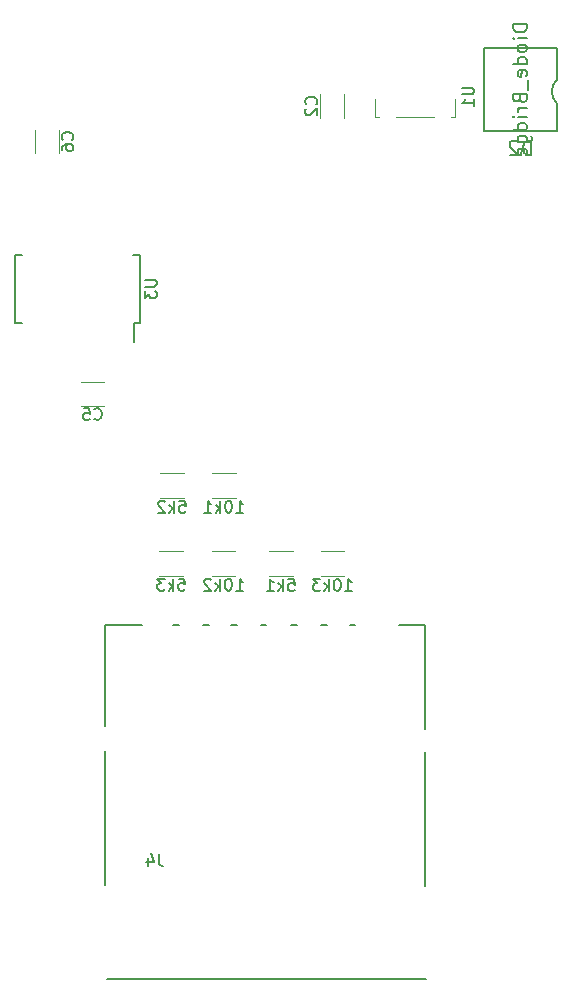
<source format=gbr>
G04 #@! TF.GenerationSoftware,KiCad,Pcbnew,(5.0.2)-1*
G04 #@! TF.CreationDate,2019-02-21T19:34:53+01:00*
G04 #@! TF.ProjectId,plyta_glowna,706c7974-615f-4676-9c6f-776e612e6b69,rev?*
G04 #@! TF.SameCoordinates,Original*
G04 #@! TF.FileFunction,Legend,Bot*
G04 #@! TF.FilePolarity,Positive*
%FSLAX46Y46*%
G04 Gerber Fmt 4.6, Leading zero omitted, Abs format (unit mm)*
G04 Created by KiCad (PCBNEW (5.0.2)-1) date 2019-02-21 19:34:53*
%MOMM*%
%LPD*%
G01*
G04 APERTURE LIST*
%ADD10C,0.150000*%
%ADD11C,0.120000*%
G04 APERTURE END LIST*
D10*
G04 #@! TO.C,J4*
X115798000Y-117602000D02*
X115298000Y-117602000D01*
X118298000Y-117602000D02*
X117798000Y-117602000D01*
X125798000Y-117602000D02*
X125298000Y-117602000D01*
X128298000Y-117602000D02*
X127798000Y-117602000D01*
X130698000Y-117602000D02*
X130298000Y-117602000D01*
X136598000Y-117602000D02*
X134398000Y-117602000D01*
X136598000Y-126402000D02*
X136598000Y-117602000D01*
X109498000Y-126202000D02*
X109498000Y-117602000D01*
X109498000Y-117602000D02*
X112698000Y-117602000D01*
X109698000Y-147602000D02*
X136698000Y-147602000D01*
X120698000Y-117602000D02*
X120198000Y-117602000D01*
X123198000Y-117602000D02*
X122698000Y-117602000D01*
X109498000Y-139602000D02*
X109498000Y-128302000D01*
X136598000Y-139702000D02*
X136598000Y-128402000D01*
D11*
G04 #@! TO.C,C2*
X129798000Y-72684000D02*
X129798000Y-74684000D01*
X127758000Y-74684000D02*
X127758000Y-72684000D01*
G04 #@! TO.C,C5*
X107458000Y-97024000D02*
X109458000Y-97024000D01*
X109458000Y-99064000D02*
X107458000Y-99064000D01*
G04 #@! TO.C,C6*
X105668000Y-75684000D02*
X105668000Y-77684000D01*
X103628000Y-77684000D02*
X103628000Y-75684000D01*
D10*
G04 #@! TO.C,D2*
X147822120Y-75776040D02*
X147822120Y-73515440D01*
X147822120Y-68765640D02*
X147822120Y-71432640D01*
X147796720Y-73490040D02*
G75*
G02X147771320Y-71432640I1016000J1041400D01*
G01*
X146831520Y-75776040D02*
X147822120Y-75776040D01*
X146823320Y-75770840D02*
X141623320Y-75770840D01*
X141623320Y-75770840D02*
X141623320Y-68770840D01*
X141623320Y-68770840D02*
X147823320Y-68770840D01*
D11*
G04 #@! TO.C,U1*
X132363000Y-74569000D02*
X132763000Y-74569000D01*
X132363000Y-73069000D02*
X132363000Y-74569000D01*
X134163000Y-74569000D02*
X137363000Y-74569000D01*
X139163000Y-74569000D02*
X139163000Y-73069000D01*
X138813000Y-74569000D02*
X139163000Y-74569000D01*
D10*
G04 #@! TO.C,U3*
X111938000Y-92029000D02*
X111938000Y-93629000D01*
X101863000Y-92029000D02*
X101863000Y-86279000D01*
X112513000Y-92029000D02*
X112513000Y-86279000D01*
X101863000Y-92029000D02*
X102513000Y-92029000D01*
X101863000Y-86279000D02*
X102513000Y-86279000D01*
X112513000Y-86279000D02*
X111863000Y-86279000D01*
X112513000Y-92029000D02*
X111938000Y-92029000D01*
D11*
G04 #@! TO.C,10k1*
X120581000Y-104721000D02*
X118581000Y-104721000D01*
X118581000Y-106861000D02*
X120581000Y-106861000D01*
G04 #@! TO.C,10k2*
X120560000Y-111325000D02*
X118560000Y-111325000D01*
X118560000Y-113465000D02*
X120560000Y-113465000D01*
G04 #@! TO.C,10k3*
X129778000Y-111345994D02*
X127778000Y-111345994D01*
X127778000Y-113485994D02*
X129778000Y-113485994D01*
G04 #@! TO.C,5k1*
X123407000Y-113485994D02*
X125407000Y-113485994D01*
X125407000Y-111345994D02*
X123407000Y-111345994D01*
G04 #@! TO.C,5k2*
X114189000Y-106861000D02*
X116189000Y-106861000D01*
X116189000Y-104721000D02*
X114189000Y-104721000D01*
G04 #@! TO.C,5k3*
X114136000Y-113465000D02*
X116136000Y-113465000D01*
X116136000Y-111325000D02*
X114136000Y-111325000D01*
G04 #@! TO.C,J4*
D10*
X114067473Y-136985580D02*
X114067473Y-137699866D01*
X114115092Y-137842723D01*
X114210330Y-137937961D01*
X114353187Y-137985580D01*
X114448425Y-137985580D01*
X113162711Y-137318914D02*
X113162711Y-137985580D01*
X113400806Y-136937961D02*
X113638901Y-137652247D01*
X113019854Y-137652247D01*
G04 #@! TO.C,C2*
X127385142Y-73517333D02*
X127432761Y-73469714D01*
X127480380Y-73326857D01*
X127480380Y-73231619D01*
X127432761Y-73088761D01*
X127337523Y-72993523D01*
X127242285Y-72945904D01*
X127051809Y-72898285D01*
X126908952Y-72898285D01*
X126718476Y-72945904D01*
X126623238Y-72993523D01*
X126528000Y-73088761D01*
X126480380Y-73231619D01*
X126480380Y-73326857D01*
X126528000Y-73469714D01*
X126575619Y-73517333D01*
X126575619Y-73898285D02*
X126528000Y-73945904D01*
X126480380Y-74041142D01*
X126480380Y-74279238D01*
X126528000Y-74374476D01*
X126575619Y-74422095D01*
X126670857Y-74469714D01*
X126766095Y-74469714D01*
X126908952Y-74422095D01*
X127480380Y-73850666D01*
X127480380Y-74469714D01*
G04 #@! TO.C,C5*
X108624666Y-100151142D02*
X108672285Y-100198761D01*
X108815142Y-100246380D01*
X108910380Y-100246380D01*
X109053238Y-100198761D01*
X109148476Y-100103523D01*
X109196095Y-100008285D01*
X109243714Y-99817809D01*
X109243714Y-99674952D01*
X109196095Y-99484476D01*
X109148476Y-99389238D01*
X109053238Y-99294000D01*
X108910380Y-99246380D01*
X108815142Y-99246380D01*
X108672285Y-99294000D01*
X108624666Y-99341619D01*
X107719904Y-99246380D02*
X108196095Y-99246380D01*
X108243714Y-99722571D01*
X108196095Y-99674952D01*
X108100857Y-99627333D01*
X107862761Y-99627333D01*
X107767523Y-99674952D01*
X107719904Y-99722571D01*
X107672285Y-99817809D01*
X107672285Y-100055904D01*
X107719904Y-100151142D01*
X107767523Y-100198761D01*
X107862761Y-100246380D01*
X108100857Y-100246380D01*
X108196095Y-100198761D01*
X108243714Y-100151142D01*
G04 #@! TO.C,C6*
X106755142Y-76517333D02*
X106802761Y-76469714D01*
X106850380Y-76326857D01*
X106850380Y-76231619D01*
X106802761Y-76088761D01*
X106707523Y-75993523D01*
X106612285Y-75945904D01*
X106421809Y-75898285D01*
X106278952Y-75898285D01*
X106088476Y-75945904D01*
X105993238Y-75993523D01*
X105898000Y-76088761D01*
X105850380Y-76231619D01*
X105850380Y-76326857D01*
X105898000Y-76469714D01*
X105945619Y-76517333D01*
X105850380Y-77374476D02*
X105850380Y-77184000D01*
X105898000Y-77088761D01*
X105945619Y-77041142D01*
X106088476Y-76945904D01*
X106278952Y-76898285D01*
X106659904Y-76898285D01*
X106755142Y-76945904D01*
X106802761Y-76993523D01*
X106850380Y-77088761D01*
X106850380Y-77279238D01*
X106802761Y-77374476D01*
X106755142Y-77422095D01*
X106659904Y-77469714D01*
X106421809Y-77469714D01*
X106326571Y-77422095D01*
X106278952Y-77374476D01*
X106231333Y-77279238D01*
X106231333Y-77088761D01*
X106278952Y-76993523D01*
X106326571Y-76945904D01*
X106421809Y-76898285D01*
G04 #@! TO.C,D2*
X145609034Y-77793097D02*
X145609034Y-76593097D01*
X145323320Y-76593097D01*
X145151891Y-76650240D01*
X145037605Y-76764525D01*
X144980462Y-76878811D01*
X144923320Y-77107382D01*
X144923320Y-77278811D01*
X144980462Y-77507382D01*
X145037605Y-77621668D01*
X145151891Y-77735954D01*
X145323320Y-77793097D01*
X145609034Y-77793097D01*
X144466177Y-76707382D02*
X144409034Y-76650240D01*
X144294748Y-76593097D01*
X144009034Y-76593097D01*
X143894748Y-76650240D01*
X143837605Y-76707382D01*
X143780462Y-76821668D01*
X143780462Y-76935954D01*
X143837605Y-77107382D01*
X144523320Y-77793097D01*
X143780462Y-77793097D01*
X145266177Y-66756554D02*
X144066177Y-66756554D01*
X144066177Y-67042268D01*
X144123320Y-67213697D01*
X144237605Y-67327982D01*
X144351891Y-67385125D01*
X144580462Y-67442268D01*
X144751891Y-67442268D01*
X144980462Y-67385125D01*
X145094748Y-67327982D01*
X145209034Y-67213697D01*
X145266177Y-67042268D01*
X145266177Y-66756554D01*
X145266177Y-67956554D02*
X144466177Y-67956554D01*
X144066177Y-67956554D02*
X144123320Y-67899411D01*
X144180462Y-67956554D01*
X144123320Y-68013697D01*
X144066177Y-67956554D01*
X144180462Y-67956554D01*
X145266177Y-68699411D02*
X145209034Y-68585125D01*
X145151891Y-68527982D01*
X145037605Y-68470840D01*
X144694748Y-68470840D01*
X144580462Y-68527982D01*
X144523320Y-68585125D01*
X144466177Y-68699411D01*
X144466177Y-68870840D01*
X144523320Y-68985125D01*
X144580462Y-69042268D01*
X144694748Y-69099411D01*
X145037605Y-69099411D01*
X145151891Y-69042268D01*
X145209034Y-68985125D01*
X145266177Y-68870840D01*
X145266177Y-68699411D01*
X145266177Y-70127982D02*
X144066177Y-70127982D01*
X145209034Y-70127982D02*
X145266177Y-70013697D01*
X145266177Y-69785125D01*
X145209034Y-69670840D01*
X145151891Y-69613697D01*
X145037605Y-69556554D01*
X144694748Y-69556554D01*
X144580462Y-69613697D01*
X144523320Y-69670840D01*
X144466177Y-69785125D01*
X144466177Y-70013697D01*
X144523320Y-70127982D01*
X145209034Y-71156554D02*
X145266177Y-71042268D01*
X145266177Y-70813697D01*
X145209034Y-70699411D01*
X145094748Y-70642268D01*
X144637605Y-70642268D01*
X144523320Y-70699411D01*
X144466177Y-70813697D01*
X144466177Y-71042268D01*
X144523320Y-71156554D01*
X144637605Y-71213697D01*
X144751891Y-71213697D01*
X144866177Y-70642268D01*
X145380462Y-71442268D02*
X145380462Y-72356554D01*
X144637605Y-73042268D02*
X144694748Y-73213697D01*
X144751891Y-73270840D01*
X144866177Y-73327982D01*
X145037605Y-73327982D01*
X145151891Y-73270840D01*
X145209034Y-73213697D01*
X145266177Y-73099411D01*
X145266177Y-72642268D01*
X144066177Y-72642268D01*
X144066177Y-73042268D01*
X144123320Y-73156554D01*
X144180462Y-73213697D01*
X144294748Y-73270840D01*
X144409034Y-73270840D01*
X144523320Y-73213697D01*
X144580462Y-73156554D01*
X144637605Y-73042268D01*
X144637605Y-72642268D01*
X145266177Y-73842268D02*
X144466177Y-73842268D01*
X144694748Y-73842268D02*
X144580462Y-73899411D01*
X144523320Y-73956554D01*
X144466177Y-74070840D01*
X144466177Y-74185125D01*
X145266177Y-74585125D02*
X144466177Y-74585125D01*
X144066177Y-74585125D02*
X144123320Y-74527982D01*
X144180462Y-74585125D01*
X144123320Y-74642268D01*
X144066177Y-74585125D01*
X144180462Y-74585125D01*
X145266177Y-75670840D02*
X144066177Y-75670840D01*
X145209034Y-75670840D02*
X145266177Y-75556554D01*
X145266177Y-75327982D01*
X145209034Y-75213697D01*
X145151891Y-75156554D01*
X145037605Y-75099411D01*
X144694748Y-75099411D01*
X144580462Y-75156554D01*
X144523320Y-75213697D01*
X144466177Y-75327982D01*
X144466177Y-75556554D01*
X144523320Y-75670840D01*
X144466177Y-76756554D02*
X145437605Y-76756554D01*
X145551891Y-76699411D01*
X145609034Y-76642268D01*
X145666177Y-76527982D01*
X145666177Y-76356554D01*
X145609034Y-76242268D01*
X145209034Y-76756554D02*
X145266177Y-76642268D01*
X145266177Y-76413697D01*
X145209034Y-76299411D01*
X145151891Y-76242268D01*
X145037605Y-76185125D01*
X144694748Y-76185125D01*
X144580462Y-76242268D01*
X144523320Y-76299411D01*
X144466177Y-76413697D01*
X144466177Y-76642268D01*
X144523320Y-76756554D01*
X145209034Y-77785125D02*
X145266177Y-77670840D01*
X145266177Y-77442268D01*
X145209034Y-77327982D01*
X145094748Y-77270840D01*
X144637605Y-77270840D01*
X144523320Y-77327982D01*
X144466177Y-77442268D01*
X144466177Y-77670840D01*
X144523320Y-77785125D01*
X144637605Y-77842268D01*
X144751891Y-77842268D01*
X144866177Y-77270840D01*
G04 #@! TO.C,U1*
X139765380Y-72107095D02*
X140574904Y-72107095D01*
X140670142Y-72154714D01*
X140717761Y-72202333D01*
X140765380Y-72297571D01*
X140765380Y-72488047D01*
X140717761Y-72583285D01*
X140670142Y-72630904D01*
X140574904Y-72678523D01*
X139765380Y-72678523D01*
X140765380Y-73678523D02*
X140765380Y-73107095D01*
X140765380Y-73392809D02*
X139765380Y-73392809D01*
X139908238Y-73297571D01*
X140003476Y-73202333D01*
X140051095Y-73107095D01*
G04 #@! TO.C,U3*
X112890380Y-88392095D02*
X113699904Y-88392095D01*
X113795142Y-88439714D01*
X113842761Y-88487333D01*
X113890380Y-88582571D01*
X113890380Y-88773047D01*
X113842761Y-88868285D01*
X113795142Y-88915904D01*
X113699904Y-88963523D01*
X112890380Y-88963523D01*
X112890380Y-89344476D02*
X112890380Y-89963523D01*
X113271333Y-89630190D01*
X113271333Y-89773047D01*
X113318952Y-89868285D01*
X113366571Y-89915904D01*
X113461809Y-89963523D01*
X113699904Y-89963523D01*
X113795142Y-89915904D01*
X113842761Y-89868285D01*
X113890380Y-89773047D01*
X113890380Y-89487333D01*
X113842761Y-89392095D01*
X113795142Y-89344476D01*
G04 #@! TO.C,10k1*
X120652428Y-108093380D02*
X121223857Y-108093380D01*
X120938142Y-108093380D02*
X120938142Y-107093380D01*
X121033380Y-107236238D01*
X121128619Y-107331476D01*
X121223857Y-107379095D01*
X120033380Y-107093380D02*
X119938142Y-107093380D01*
X119842904Y-107141000D01*
X119795285Y-107188619D01*
X119747666Y-107283857D01*
X119700047Y-107474333D01*
X119700047Y-107712428D01*
X119747666Y-107902904D01*
X119795285Y-107998142D01*
X119842904Y-108045761D01*
X119938142Y-108093380D01*
X120033380Y-108093380D01*
X120128619Y-108045761D01*
X120176238Y-107998142D01*
X120223857Y-107902904D01*
X120271476Y-107712428D01*
X120271476Y-107474333D01*
X120223857Y-107283857D01*
X120176238Y-107188619D01*
X120128619Y-107141000D01*
X120033380Y-107093380D01*
X119271476Y-108093380D02*
X119271476Y-107093380D01*
X119176238Y-107712428D02*
X118890523Y-108093380D01*
X118890523Y-107426714D02*
X119271476Y-107807666D01*
X117938142Y-108093380D02*
X118509571Y-108093380D01*
X118223857Y-108093380D02*
X118223857Y-107093380D01*
X118319095Y-107236238D01*
X118414333Y-107331476D01*
X118509571Y-107379095D01*
G04 #@! TO.C,10k2*
X120631428Y-114697380D02*
X121202857Y-114697380D01*
X120917142Y-114697380D02*
X120917142Y-113697380D01*
X121012380Y-113840238D01*
X121107619Y-113935476D01*
X121202857Y-113983095D01*
X120012380Y-113697380D02*
X119917142Y-113697380D01*
X119821904Y-113745000D01*
X119774285Y-113792619D01*
X119726666Y-113887857D01*
X119679047Y-114078333D01*
X119679047Y-114316428D01*
X119726666Y-114506904D01*
X119774285Y-114602142D01*
X119821904Y-114649761D01*
X119917142Y-114697380D01*
X120012380Y-114697380D01*
X120107619Y-114649761D01*
X120155238Y-114602142D01*
X120202857Y-114506904D01*
X120250476Y-114316428D01*
X120250476Y-114078333D01*
X120202857Y-113887857D01*
X120155238Y-113792619D01*
X120107619Y-113745000D01*
X120012380Y-113697380D01*
X119250476Y-114697380D02*
X119250476Y-113697380D01*
X119155238Y-114316428D02*
X118869523Y-114697380D01*
X118869523Y-114030714D02*
X119250476Y-114411666D01*
X118488571Y-113792619D02*
X118440952Y-113745000D01*
X118345714Y-113697380D01*
X118107619Y-113697380D01*
X118012380Y-113745000D01*
X117964761Y-113792619D01*
X117917142Y-113887857D01*
X117917142Y-113983095D01*
X117964761Y-114125952D01*
X118536190Y-114697380D01*
X117917142Y-114697380D01*
G04 #@! TO.C,10k3*
X129849428Y-114718374D02*
X130420857Y-114718374D01*
X130135142Y-114718374D02*
X130135142Y-113718374D01*
X130230380Y-113861232D01*
X130325619Y-113956470D01*
X130420857Y-114004089D01*
X129230380Y-113718374D02*
X129135142Y-113718374D01*
X129039904Y-113765994D01*
X128992285Y-113813613D01*
X128944666Y-113908851D01*
X128897047Y-114099327D01*
X128897047Y-114337422D01*
X128944666Y-114527898D01*
X128992285Y-114623136D01*
X129039904Y-114670755D01*
X129135142Y-114718374D01*
X129230380Y-114718374D01*
X129325619Y-114670755D01*
X129373238Y-114623136D01*
X129420857Y-114527898D01*
X129468476Y-114337422D01*
X129468476Y-114099327D01*
X129420857Y-113908851D01*
X129373238Y-113813613D01*
X129325619Y-113765994D01*
X129230380Y-113718374D01*
X128468476Y-114718374D02*
X128468476Y-113718374D01*
X128373238Y-114337422D02*
X128087523Y-114718374D01*
X128087523Y-114051708D02*
X128468476Y-114432660D01*
X127754190Y-113718374D02*
X127135142Y-113718374D01*
X127468476Y-114099327D01*
X127325619Y-114099327D01*
X127230380Y-114146946D01*
X127182761Y-114194565D01*
X127135142Y-114289803D01*
X127135142Y-114527898D01*
X127182761Y-114623136D01*
X127230380Y-114670755D01*
X127325619Y-114718374D01*
X127611333Y-114718374D01*
X127706571Y-114670755D01*
X127754190Y-114623136D01*
G04 #@! TO.C,5k1*
X125049857Y-113718374D02*
X125526047Y-113718374D01*
X125573666Y-114194565D01*
X125526047Y-114146946D01*
X125430809Y-114099327D01*
X125192714Y-114099327D01*
X125097476Y-114146946D01*
X125049857Y-114194565D01*
X125002238Y-114289803D01*
X125002238Y-114527898D01*
X125049857Y-114623136D01*
X125097476Y-114670755D01*
X125192714Y-114718374D01*
X125430809Y-114718374D01*
X125526047Y-114670755D01*
X125573666Y-114623136D01*
X124573666Y-114718374D02*
X124573666Y-113718374D01*
X124478428Y-114337422D02*
X124192714Y-114718374D01*
X124192714Y-114051708D02*
X124573666Y-114432660D01*
X123240333Y-114718374D02*
X123811761Y-114718374D01*
X123526047Y-114718374D02*
X123526047Y-113718374D01*
X123621285Y-113861232D01*
X123716523Y-113956470D01*
X123811761Y-114004089D01*
G04 #@! TO.C,5k2*
X115831857Y-107093380D02*
X116308047Y-107093380D01*
X116355666Y-107569571D01*
X116308047Y-107521952D01*
X116212809Y-107474333D01*
X115974714Y-107474333D01*
X115879476Y-107521952D01*
X115831857Y-107569571D01*
X115784238Y-107664809D01*
X115784238Y-107902904D01*
X115831857Y-107998142D01*
X115879476Y-108045761D01*
X115974714Y-108093380D01*
X116212809Y-108093380D01*
X116308047Y-108045761D01*
X116355666Y-107998142D01*
X115355666Y-108093380D02*
X115355666Y-107093380D01*
X115260428Y-107712428D02*
X114974714Y-108093380D01*
X114974714Y-107426714D02*
X115355666Y-107807666D01*
X114593761Y-107188619D02*
X114546142Y-107141000D01*
X114450904Y-107093380D01*
X114212809Y-107093380D01*
X114117571Y-107141000D01*
X114069952Y-107188619D01*
X114022333Y-107283857D01*
X114022333Y-107379095D01*
X114069952Y-107521952D01*
X114641380Y-108093380D01*
X114022333Y-108093380D01*
G04 #@! TO.C,5k3*
X115778857Y-113697380D02*
X116255047Y-113697380D01*
X116302666Y-114173571D01*
X116255047Y-114125952D01*
X116159809Y-114078333D01*
X115921714Y-114078333D01*
X115826476Y-114125952D01*
X115778857Y-114173571D01*
X115731238Y-114268809D01*
X115731238Y-114506904D01*
X115778857Y-114602142D01*
X115826476Y-114649761D01*
X115921714Y-114697380D01*
X116159809Y-114697380D01*
X116255047Y-114649761D01*
X116302666Y-114602142D01*
X115302666Y-114697380D02*
X115302666Y-113697380D01*
X115207428Y-114316428D02*
X114921714Y-114697380D01*
X114921714Y-114030714D02*
X115302666Y-114411666D01*
X114588380Y-113697380D02*
X113969333Y-113697380D01*
X114302666Y-114078333D01*
X114159809Y-114078333D01*
X114064571Y-114125952D01*
X114016952Y-114173571D01*
X113969333Y-114268809D01*
X113969333Y-114506904D01*
X114016952Y-114602142D01*
X114064571Y-114649761D01*
X114159809Y-114697380D01*
X114445523Y-114697380D01*
X114540761Y-114649761D01*
X114588380Y-114602142D01*
G04 #@! TD*
M02*

</source>
